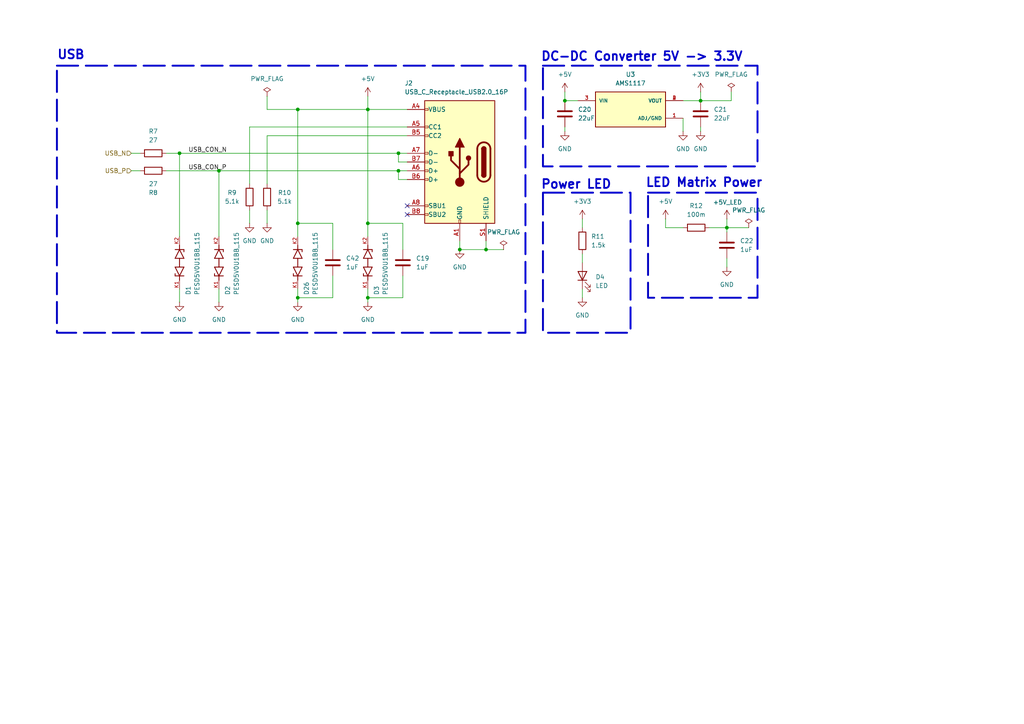
<source format=kicad_sch>
(kicad_sch (version 20231120) (generator "eeschema") (generator_version "8.0")
  (paper "A4")
  (title_block (title "Power_Rail") (date "2025-09-05") (rev "V0.1") (company "Drag0th"))
  (lib_symbols
    (symbol "Connector:USB_C_Receptacle_USB2.0_16P" (pin_names (offset 1.016))
      (property "Reference" "J" (at 0 22.225 0))
      (property "Value" "USB_C_Receptacle_USB2.0_16P" (at 0 19.685 0))
      (symbol "USB_C_Receptacle_USB2.0_16P_0_0"
        (rectangle (start -0.254 -17.78) (end 0.254 -16.764))
        (rectangle (start 10.16 -14.986) (end 9.144 -15.494))
        (rectangle (start 10.16 -12.446) (end 9.144 -12.954))
        (rectangle (start 10.16 -4.826) (end 9.144 -5.334))
        (rectangle (start 10.16 -2.286) (end 9.144 -2.794))
        (rectangle (start 10.16 0.254) (end 9.144 -0.254))
        (rectangle (start 10.16 2.794) (end 9.144 2.286))
        (rectangle (start 10.16 7.874) (end 9.144 7.366))
        (rectangle (start 10.16 10.414) (end 9.144 9.906))
        (rectangle (start 10.16 15.494) (end 9.144 14.986))
      )
      (symbol "USB_C_Receptacle_USB2.0_16P_0_1"
        (rectangle (start -10.16 17.78) (end 10.16 -17.78) (stroke (width 0.254)) (fill (type background)))
        (arc (start -8.89 -3.81) (mid -6.985 -5.7067) (end -5.08 -3.81) (stroke (width 0.508)))
        (arc (start -7.62 -3.81) (mid -6.985 -4.4423) (end -6.35 -3.81) (stroke (width 0.254)))
        (arc (start -7.62 -3.81) (mid -6.985 -4.4423) (end -6.35 -3.81) (stroke (width 0.254)) (fill (type outline)))
        (rectangle (start -7.62 -3.81) (end -6.35 3.81) (stroke (width 0.254)) (fill (type outline)))
        (arc (start -6.35 3.81) (mid -6.985 4.4423) (end -7.62 3.81) (stroke (width 0.254)))
        (arc (start -6.35 3.81) (mid -6.985 4.4423) (end -7.62 3.81) (stroke (width 0.254)) (fill (type outline)))
        (arc (start -5.08 3.81) (mid -6.985 5.7067) (end -8.89 3.81) (stroke (width 0.508)))
        (circle (center -2.54 1.143) (radius 0.635) (stroke (width 0.254)) (fill (type outline)))
        (circle (center 0 -5.842) (radius 1.27) (fill (type outline)))
        (polyline (pts (xy -8.89 -3.81) (xy -8.89 3.81)) (stroke (width 0.508)))
        (polyline (pts (xy -5.08 3.81) (xy -5.08 -3.81)) (stroke (width 0.508)))
        (polyline (pts (xy 0 -5.842) (xy 0 4.318)) (stroke (width 0.508)))
        (polyline (pts (xy 0 -3.302) (xy -2.54 -0.762) (xy -2.54 0.508)) (stroke (width 0.508)))
        (polyline (pts (xy 0 -2.032) (xy 2.54 0.508) (xy 2.54 1.778)) (stroke (width 0.508)))
        (polyline (pts (xy -1.27 4.318) (xy 0 6.858) (xy 1.27 4.318) (xy -1.27 4.318)) (stroke (width 0.254)) (fill (type outline)))
        (rectangle (start 1.905 1.778) (end 3.175 3.048) (stroke (width 0.254)) (fill (type outline)))
      )
      (symbol "USB_C_Receptacle_USB2.0_16P_1_1"
        (pin passive line (at 0 -22.86 90) (length 5.08) (name "GND") (number "A1"))
        (pin passive line (at 0 -22.86 90) (length 5.08) hide (name "GND") (number "A12"))
        (pin passive line (at 15.24 15.24 180) (length 5.08) (name "VBUS") (number "A4"))
        (pin bidirectional line (at 15.24 10.16 180) (length 5.08) (name "CC1") (number "A5"))
        (pin bidirectional line (at 15.24 -2.54 180) (length 5.08) (name "D+") (number "A6"))
        (pin bidirectional line (at 15.24 2.54 180) (length 5.08) (name "D-") (number "A7"))
        (pin bidirectional line (at 15.24 -12.7 180) (length 5.08) (name "SBU1") (number "A8"))
        (pin passive line (at 15.24 15.24 180) (length 5.08) hide (name "VBUS") (number "A9"))
        (pin passive line (at 0 -22.86 90) (length 5.08) hide (name "GND") (number "B1"))
        (pin passive line (at 0 -22.86 90) (length 5.08) hide (name "GND") (number "B12"))
        (pin passive line (at 15.24 15.24 180) (length 5.08) hide (name "VBUS") (number "B4"))
        (pin bidirectional line (at 15.24 7.62 180) (length 5.08) (name "CC2") (number "B5"))
        (pin bidirectional line (at 15.24 -5.08 180) (length 5.08) (name "D+") (number "B6"))
        (pin bidirectional line (at 15.24 0 180) (length 5.08) (name "D-") (number "B7"))
        (pin bidirectional line (at 15.24 -15.24 180) (length 5.08) (name "SBU2") (number "B8"))
        (pin passive line (at 15.24 15.24 180) (length 5.08) hide (name "VBUS") (number "B9"))
        (pin passive line (at -7.62 -22.86 90) (length 5.08) (name "SHIELD") (number "S1"))
      )
    )
    (symbol "Device:C" (pin_numbers hide) (pin_names (offset 0.254))
      (property "Reference" "C" (at 0.635 2.54 0))
      (property "Value" "C" (at 0.635 -2.54 0))
      (symbol "C_0_1"
        (polyline (pts (xy -2.032 -0.762) (xy 2.032 -0.762)) (stroke (width 0.508)))
        (polyline (pts (xy -2.032 0.762) (xy 2.032 0.762)) (stroke (width 0.508)))
      )
      (symbol "C_1_1"
        (pin passive line (at 0 3.81 270) (length 2.794) (name "~") (number "1"))
        (pin passive line (at 0 -3.81 90) (length 2.794) (name "~") (number "2"))
      )
    )
    (symbol "Device:LED" (pin_numbers hide) (pin_names (offset 1.016) hide)
      (property "Reference" "D" (at 0 2.54 0))
      (property "Value" "LED" (at 0 -2.54 0))
      (symbol "LED_0_1"
        (polyline (pts (xy -1.27 -1.27) (xy -1.27 1.27)) (stroke (width 0.254)))
        (polyline (pts (xy -1.27 0) (xy 1.27 0)))
        (polyline (pts (xy 1.27 -1.27) (xy 1.27 1.27) (xy -1.27 0) (xy 1.27 -1.27)) (stroke (width 0.254)))
        (polyline (pts (xy -3.048 -0.762) (xy -4.572 -2.286) (xy -3.81 -2.286) (xy -4.572 -2.286) (xy -4.572 -1.524)))
        (polyline (pts (xy -1.778 -0.762) (xy -3.302 -2.286) (xy -2.54 -2.286) (xy -3.302 -2.286) (xy -3.302 -1.524)))
      )
      (symbol "LED_1_1"
        (pin passive line (at -3.81 0 0) (length 2.54) (name "K") (number "1"))
        (pin passive line (at 3.81 0 180) (length 2.54) (name "A") (number "2"))
      )
    )
    (symbol "Device:R" (pin_numbers hide) (pin_names (offset 0))
      (property "Reference" "R" (at 2.032 0 90))
      (property "Value" "R" (at 0 0 90))
      (symbol "R_0_1"
        (rectangle (start -1.016 -2.54) (end 1.016 2.54) (stroke (width 0.254)))
      )
      (symbol "R_1_1"
        (pin passive line (at 0 3.81 270) (length 1.27) (name "~") (number "1"))
        (pin passive line (at 0 -3.81 90) (length 1.27) (name "~") (number "2"))
      )
    )
    (symbol "KSZ_KiCad_Symbol_Library:AMS1117" (pin_names (offset 1.016))
      (property "Reference" "U" (at -10.169 5.593 0))
      (property "Value" "AMS1117" (at -10.1633 -8.1306 0))
      (symbol "AMS1117_0_0"
        (rectangle (start -10.16 -5.08) (end 10.16 5.08) (stroke (width 0.254)) (fill (type background)))
        (pin input line (at -15.24 2.54 0) (length 5.08) (name "VIN") (number "3"))
      )
      (symbol "AMS1117_1_0"
        (pin passive line (at 15.24 -2.54 180) (length 5.08) (name "ADJ/GND") (number "1"))
        (pin passive line (at 15.24 2.54 180) (length 5.08) (name "VOUT") (number "2"))
        (pin passive line (at 15.24 2.54 180) (length 5.08) (name "VOUT") (number "4"))
      )
    )
    (symbol "KSZ_KiCad_Symbol_Library:PESD5V0U1BB_115" (pin_names (offset 1.016))
      (property "Reference" "D" (at -5.08 2.54 0))
      (property "Value" "PESD5V0U1BB_115" (at -5.08 -3.81 0))
      (symbol "PESD5V0U1BB_115_0_0"
        (polyline (pts (xy -5.08 0) (xy -3.81 0)) (stroke (width 0.254)))
        (polyline (pts (xy -3.81 -1.27) (xy -3.81 0)) (stroke (width 0.254)))
        (polyline (pts (xy -3.81 0) (xy -3.81 1.27)) (stroke (width 0.254)))
        (polyline (pts (xy -3.81 0) (xy -1.27 -1.27)) (stroke (width 0.254)))
        (polyline (pts (xy -3.81 1.27) (xy -3.175 1.27)) (stroke (width 0.254)))
        (polyline (pts (xy -1.27 -1.27) (xy -1.27 0)) (stroke (width 0.254)))
        (polyline (pts (xy -1.27 0) (xy -1.27 1.27)) (stroke (width 0.254)))
        (polyline (pts (xy -1.27 0) (xy 1.27 0)) (stroke (width 0.254)))
        (polyline (pts (xy -1.27 1.27) (xy -3.81 0)) (stroke (width 0.254)))
        (polyline (pts (xy 1.27 -1.27) (xy 3.81 0)) (stroke (width 0.254)))
        (polyline (pts (xy 1.27 0) (xy 1.27 -1.27)) (stroke (width 0.254)))
        (polyline (pts (xy 1.27 1.27) (xy 1.27 0)) (stroke (width 0.254)))
        (polyline (pts (xy 3.81 -1.27) (xy 3.175 -1.27)) (stroke (width 0.254)))
        (polyline (pts (xy 3.81 0) (xy 1.27 1.27)) (stroke (width 0.254)))
        (polyline (pts (xy 3.81 0) (xy 3.81 -1.27)) (stroke (width 0.254)))
        (polyline (pts (xy 3.81 0) (xy 5.08 0)) (stroke (width 0.254)))
        (polyline (pts (xy 3.81 1.27) (xy 3.81 0)) (stroke (width 0.254)))
        (pin passive line (at -7.62 0 0) (length 2.54) (name "~") (number "K1"))
        (pin passive line (at 7.62 0 180) (length 2.54) (name "~") (number "K2"))
      )
    )
    (symbol "power:+3V3" (power) (pin_numbers hide) (pin_names (offset 0) hide)
      (property "Value" "+3V3" (at 0 3.556 0))
      (symbol "+3V3_0_1"
        (polyline (pts (xy -0.762 1.27) (xy 0 2.54)))
        (polyline (pts (xy 0 0) (xy 0 2.54)))
        (polyline (pts (xy 0 2.54) (xy 0.762 1.27)))
      )
      (symbol "+3V3_1_1"
        (pin power_in line (at 0 0 90) (length 0) (name "~") (number "1"))
      )
    )
    (symbol "power:+5V" (power) (pin_numbers hide) (pin_names (offset 0) hide)
      (property "Value" "+5V" (at 0 3.556 0))
      (symbol "+5V_0_1"
        (polyline (pts (xy -0.762 1.27) (xy 0 2.54)))
        (polyline (pts (xy 0 0) (xy 0 2.54)))
        (polyline (pts (xy 0 2.54) (xy 0.762 1.27)))
      )
      (symbol "+5V_1_1"
        (pin power_in line (at 0 0 90) (length 0) (name "~") (number "1"))
      )
    )
    (symbol "power:GND" (power) (pin_numbers hide) (pin_names (offset 0) hide)
      (property "Value" "GND" (at 0 -3.81 0))
      (symbol "GND_0_1"
        (polyline (pts (xy 0 0) (xy 0 -1.27) (xy 1.27 -1.27) (xy 0 -2.54) (xy -1.27 -1.27) (xy 0 -1.27)))
      )
      (symbol "GND_1_1"
        (pin power_in line (at 0 0 270) (length 0) (name "~") (number "1"))
      )
    )
    (symbol "power:PWR_FLAG" (power) (pin_numbers hide) (pin_names (offset 0) hide)
      (property "Value" "PWR_FLAG" (at 0 3.81 0))
      (symbol "PWR_FLAG_0_0"
        (pin power_out line (at 0 0 90) (length 0) (name "~") (number "1"))
      )
      (symbol "PWR_FLAG_0_1"
        (polyline (pts (xy 0 0) (xy 0 1.27) (xy -1.016 1.905) (xy 0 2.54) (xy 1.016 1.905) (xy 0 1.27)))
      )
    )
  )
  (junction (at 63.5 49.53))
  (junction (at 106.68 64.77))
  (junction (at 106.68 86.36))
  (junction (at 86.36 86.36))
  (junction (at 86.36 31.75))
  (junction (at 115.57 44.45))
  (junction (at 140.97 72.39))
  (junction (at 210.82 66.04))
  (junction (at 52.07 44.45))
  (junction (at 203.2 29.21))
  (junction (at 106.68 31.75))
  (junction (at 115.57 49.53))
  (junction (at 163.83 29.21))
  (junction (at 133.35 72.39))
  (junction (at 86.36 64.77))
  (no_connect (at 118.11 62.23))
  (no_connect (at 118.11 59.69))
  (wire (pts (xy 77.47 53.34) (xy 77.47 39.37)))
  (wire (pts (xy 210.82 66.04) (xy 210.82 67.31)))
  (wire (pts (xy 198.12 34.29) (xy 198.12 38.1)))
  (wire (pts (xy 140.97 72.39) (xy 133.35 72.39)))
  (wire (pts (xy 106.68 27.94) (xy 106.68 31.75)))
  (wire (pts (xy 140.97 72.39) (xy 146.05 72.39)))
  (wire (pts (xy 77.47 60.96) (xy 77.47 64.77)))
  (wire (pts (xy 48.26 49.53) (xy 63.5 49.53)))
  (wire (pts (xy 86.36 31.75) (xy 106.68 31.75)))
  (wire (pts (xy 86.36 87.63) (xy 86.36 86.36)))
  (wire (pts (xy 163.83 26.67) (xy 163.83 29.21)))
  (wire (pts (xy 210.82 66.04) (xy 217.17 66.04)))
  (wire (pts (xy 212.09 26.67) (xy 212.09 29.21)))
  (wire (pts (xy 106.68 86.36) (xy 106.68 83.82)))
  (wire (pts (xy 86.36 64.77) (xy 86.36 68.58)))
  (wire (pts (xy 77.47 31.75) (xy 77.47 27.94)))
  (wire (pts (xy 116.84 80.01) (xy 116.84 86.36)))
  (wire (pts (xy 168.91 83.82) (xy 168.91 86.36)))
  (wire (pts (xy 72.39 60.96) (xy 72.39 64.77)))
  (wire (pts (xy 52.07 44.45) (xy 115.57 44.45)))
  (wire (pts (xy 40.64 44.45) (xy 38.1 44.45)))
  (wire (pts (xy 163.83 36.83) (xy 163.83 38.1)))
  (wire (pts (xy 77.47 31.75) (xy 86.36 31.75)))
  (wire (pts (xy 86.36 31.75) (xy 86.36 64.77)))
  (wire (pts (xy 193.04 66.04) (xy 198.12 66.04)))
  (wire (pts (xy 52.07 44.45) (xy 52.07 68.58)))
  (wire (pts (xy 198.12 29.21) (xy 203.2 29.21)))
  (wire (pts (xy 106.68 31.75) (xy 106.68 64.77)))
  (wire (pts (xy 106.68 87.63) (xy 106.68 86.36)))
  (wire (pts (xy 116.84 64.77) (xy 106.68 64.77)))
  (wire (pts (xy 115.57 49.53) (xy 118.11 49.53)))
  (wire (pts (xy 52.07 87.63) (xy 52.07 83.82)))
  (wire (pts (xy 133.35 72.39) (xy 133.35 69.85)))
  (wire (pts (xy 212.09 29.21) (xy 203.2 29.21)))
  (wire (pts (xy 168.91 63.5) (xy 168.91 66.04)))
  (wire (pts (xy 203.2 26.67) (xy 203.2 29.21)))
  (wire (pts (xy 210.82 66.04) (xy 210.82 63.5)))
  (wire (pts (xy 63.5 87.63) (xy 63.5 83.82)))
  (wire (pts (xy 48.26 44.45) (xy 52.07 44.45)))
  (wire (pts (xy 115.57 44.45) (xy 118.11 44.45)))
  (wire (pts (xy 96.52 64.77) (xy 86.36 64.77)))
  (wire (pts (xy 96.52 86.36) (xy 86.36 86.36)))
  (wire (pts (xy 96.52 80.01) (xy 96.52 86.36)))
  (wire (pts (xy 86.36 86.36) (xy 86.36 83.82)))
  (wire (pts (xy 115.57 52.07) (xy 115.57 49.53)))
  (wire (pts (xy 77.47 39.37) (xy 118.11 39.37)))
  (wire (pts (xy 116.84 72.39) (xy 116.84 64.77)))
  (wire (pts (xy 140.97 69.85) (xy 140.97 72.39)))
  (wire (pts (xy 96.52 72.39) (xy 96.52 64.77)))
  (wire (pts (xy 72.39 36.83) (xy 118.11 36.83)))
  (wire (pts (xy 40.64 49.53) (xy 38.1 49.53)))
  (wire (pts (xy 205.74 66.04) (xy 210.82 66.04)))
  (wire (pts (xy 118.11 52.07) (xy 115.57 52.07)))
  (wire (pts (xy 63.5 49.53) (xy 115.57 49.53)))
  (wire (pts (xy 116.84 86.36) (xy 106.68 86.36)))
  (wire (pts (xy 118.11 46.99) (xy 115.57 46.99)))
  (wire (pts (xy 72.39 53.34) (xy 72.39 36.83)))
  (wire (pts (xy 193.04 63.5) (xy 193.04 66.04)))
  (wire (pts (xy 106.68 64.77) (xy 106.68 68.58)))
  (wire (pts (xy 210.82 74.93) (xy 210.82 77.47)))
  (wire (pts (xy 63.5 49.53) (xy 63.5 68.58)))
  (wire (pts (xy 163.83 29.21) (xy 167.64 29.21)))
  (wire (pts (xy 115.57 46.99) (xy 115.57 44.45)))
  (wire (pts (xy 203.2 36.83) (xy 203.2 38.1)))
  (wire (pts (xy 168.91 73.66) (xy 168.91 76.2)))
  (wire (pts (xy 106.68 31.75) (xy 118.11 31.75)))
  (rectangle (start 16.51 19.05) (end 152.4 96.52) (stroke (width 0.5588) (type dash)))
  (rectangle (start 187.96 55.88) (end 219.71 86.36) (stroke (width 0.5588) (type dash)))
  (rectangle (start 157.48 55.88) (end 182.88 96.52) (stroke (width 0.5588) (type dash)))
  (rectangle (start 157.48 19.05) (end 219.71 48.26) (stroke (width 0.5588) (type dash)))
  (text "USB" (at 20.574 16.002 0) (effects (font (size 2.54 2.54) (thickness 0.508) (bold yes))))
  (text "Power LED" (at 167.132 53.594 0) (effects (font (size 2.54 2.54) (thickness 0.508) (bold yes))))
  (text "DC-DC Converter 5V -> 3.3V" (at 186.182 16.51 0) (effects (font (size 2.54 2.54) (thickness 0.508) (bold yes))))
  (text "LED Matrix Power" (at 204.216 53.086 0) (effects (font (size 2.54 2.54) (thickness 0.508) (bold yes))))
  (label "USB_CON_N" (at 54.61 44.45 0))
  (label "USB_CON_P" (at 54.61 49.53 0))
  (hierarchical_label "USB_N" (shape input) (at 38.1 44.45 180))
  (hierarchical_label "USB_P" (shape input) (at 38.1 49.53 180))
  (symbol (lib_id "power:GND") (at 52.07 87.63 0) (unit 1)
    (property "Reference" "#PWR017" (effects (hide yes)))
    (property "Value" "GND" (at 52.07 92.71 0))
    (property "Description" "Power symbol creates a global label with name \"GND\" , ground" (effects (hide yes)))
  )
  (symbol (lib_id "power:GND") (at 106.68 87.63 0) (unit 1)
    (property "Reference" "#PWR023" (effects (hide yes)))
    (property "Value" "GND" (at 106.68 92.71 0))
    (property "Description" "Power symbol creates a global label with name \"GND\" , ground" (effects (hide yes)))
  )
  (symbol (lib_id "power:PWR_FLAG") (at 146.05 72.39 0) (unit 1)
    (property "Reference" "#FLG02" (effects (hide yes)))
    (property "Value" "PWR_FLAG" (at 146.05 67.31 0))
    (property "Description" "Special symbol for telling ERC where power comes from" (effects (hide yes)))
  )
  (symbol (lib_id "power:GND") (at 163.83 38.1 0) (unit 1)
    (property "Reference" "#PWR026" (effects (hide yes)))
    (property "Value" "GND" (at 163.83 43.18 0))
    (property "Description" "Power symbol creates a global label with name \"GND\" , ground" (effects (hide yes)))
  )
  (symbol (lib_id "KSZ_KiCad_Symbol_Library:PESD5V0U1BB_115") (at 63.5 76.2 90) (unit 1)
    (property "Reference" "D2" (at 66.04 85.598 0) (effects (justify left)))
    (property "Value" "PESD5V0U1BB_115" (at 68.58 85.598 0) (effects (justify left)))
    (property "Footprint" "KSZ_KiCad_Footprint_Library:DIO_PESD5V0U1BB_115" (effects (hide yes)))
    (property "MF" "Nexperia" (effects (hide yes)))
    (property "MAXIMUM_PACKAGE_HEIGHT" "0.65mm" (effects (hide yes)))
    (property "Package" "SC-79-2 Nexperia USA Inc." (effects (hide yes)))
    (property "Price" "None" (effects (hide yes)))
    (property "Check_prices" "https://www.snapeda.com/parts/PESD5V0U1BB,115/Nexperia/view-part/?ref=eda" (effects (hide yes)))
    (property "STANDARD" "Manufacturer Recommendations" (effects (hide yes)))
    (property "PARTREV" "2" (effects (hide yes)))
    (property "SnapEDA_Link" "https://www.snapeda.com/parts/PESD5V0U1BB,115/Nexperia/view-part/?ref=snap" (effects (hide yes)))
    (property "MP" "PESD5V0U1BB,115" (effects (hide yes)))
    (property "Description_1" "\n                        \n                            ESD Suppressor Diode TVS Bi-Dir 5V Automotive 2-Pin SOD-523 T/R\n                        \n" (effects (hide yes)))
    (property "MANUFACTURER" "Nexperia" (effects (hide yes)))
    (property "Availability" "In Stock" (effects (hide yes)))
    (property "SNAPEDA_PN" "PESD5V0U1BB,115" (effects (hide yes)))
  )
  (symbol (lib_id "Device:R") (at 72.39 57.15 0) (unit 1)
    (property "Reference" "R9" (at 67.31 55.88 0))
    (property "Value" "5.1k" (at 67.31 58.42 0))
    (property "Footprint" "Resistor_SMD:R_0603_1608Metric_Pad0.98x0.95mm_HandSolder" (effects (hide yes)))
    (property "Description" "Resistor" (effects (hide yes)))
  )
  (symbol (lib_id "power:GND") (at 198.12 38.1 0) (unit 1)
    (property "Reference" "#PWR027" (effects (hide yes)))
    (property "Value" "GND" (at 198.12 43.18 0))
    (property "Description" "Power symbol creates a global label with name \"GND\" , ground" (effects (hide yes)))
  )
  (symbol (lib_id "Device:R") (at 77.47 57.15 0) (mirror y) (unit 1)
    (property "Reference" "R10" (at 82.55 55.88 0))
    (property "Value" "5.1k" (at 82.55 58.42 0))
    (property "Footprint" "Resistor_SMD:R_0603_1608Metric_Pad0.98x0.95mm_HandSolder" (effects (hide yes)))
    (property "Description" "Resistor" (effects (hide yes)))
  )
  (symbol (lib_id "Device:R") (at 201.93 66.04 270) (unit 1)
    (property "Reference" "R12" (at 201.93 59.69 90))
    (property "Value" "100m" (at 201.93 62.23 90))
    (property "Footprint" "Resistor_SMD:R_1206_3216Metric_Pad1.30x1.75mm_HandSolder" (effects (hide yes)))
    (property "Description" "Resistor" (effects (hide yes)))
  )
  (symbol (lib_id "power:GND") (at 203.2 38.1 0) (unit 1)
    (property "Reference" "#PWR029" (effects (hide yes)))
    (property "Value" "GND" (at 203.2 43.18 0))
    (property "Description" "Power symbol creates a global label with name \"GND\" , ground" (effects (hide yes)))
  )
  (symbol (lib_id "power:+3V3") (at 203.2 26.67 0) (unit 1)
    (property "Reference" "#PWR028" (effects (hide yes)))
    (property "Value" "+3V3" (at 203.2 21.59 0))
    (property "Description" "Power symbol creates a global label with name \"+3V3\"" (effects (hide yes)))
  )
  (symbol (lib_id "Device:C") (at 203.2 33.02 0) (unit 1)
    (property "Reference" "C21" (at 207.01 31.7499 0) (effects (justify left)))
    (property "Value" "22uF" (at 207.01 34.2899 0) (effects (justify left)))
    (property "Footprint" "Capacitor_SMD:C_0603_1608Metric_Pad1.08x0.95mm_HandSolder" (effects (hide yes)))
    (property "Description" "Unpolarized capacitor" (effects (hide yes)))
  )
  (symbol (lib_id "KSZ_KiCad_Symbol_Library:PESD5V0U1BB_115") (at 52.07 76.2 90) (unit 1)
    (property "Reference" "D1" (at 54.61 85.598 0) (effects (justify left)))
    (property "Value" "PESD5V0U1BB_115" (at 57.15 85.598 0) (effects (justify left)))
    (property "Footprint" "KSZ_KiCad_Footprint_Library:DIO_PESD5V0U1BB_115" (effects (hide yes)))
    (property "MF" "Nexperia" (effects (hide yes)))
    (property "MAXIMUM_PACKAGE_HEIGHT" "0.65mm" (effects (hide yes)))
    (property "Package" "SC-79-2 Nexperia USA Inc." (effects (hide yes)))
    (property "Price" "None" (effects (hide yes)))
    (property "Check_prices" "https://www.snapeda.com/parts/PESD5V0U1BB,115/Nexperia/view-part/?ref=eda" (effects (hide yes)))
    (property "STANDARD" "Manufacturer Recommendations" (effects (hide yes)))
    (property "PARTREV" "2" (effects (hide yes)))
    (property "SnapEDA_Link" "https://www.snapeda.com/parts/PESD5V0U1BB,115/Nexperia/view-part/?ref=snap" (effects (hide yes)))
    (property "MP" "PESD5V0U1BB,115" (effects (hide yes)))
    (property "Description_1" "\n                        \n                            ESD Suppressor Diode TVS Bi-Dir 5V Automotive 2-Pin SOD-523 T/R\n                        \n" (effects (hide yes)))
    (property "MANUFACTURER" "Nexperia" (effects (hide yes)))
    (property "Availability" "In Stock" (effects (hide yes)))
    (property "SNAPEDA_PN" "PESD5V0U1BB,115" (effects (hide yes)))
  )
  (symbol (lib_id "Device:R") (at 44.45 49.53 90) (mirror x) (unit 1)
    (property "Reference" "R8" (at 44.45 55.88 90))
    (property "Value" "27" (at 44.45 53.34 90))
    (property "Footprint" "Resistor_SMD:R_0603_1608Metric_Pad0.98x0.95mm_HandSolder" (effects (hide yes)))
    (property "Description" "Resistor" (effects (hide yes)))
  )
  (symbol (lib_id "power:GND") (at 86.36 87.63 0) (unit 1)
    (property "Reference" "#PWR097" (effects (hide yes)))
    (property "Value" "GND" (at 86.36 92.71 0))
    (property "Description" "Power symbol creates a global label with name \"GND\" , ground" (effects (hide yes)))
  )
  (symbol (lib_id "Device:C") (at 163.83 33.02 0) (unit 1)
    (property "Reference" "C20" (at 167.64 31.7499 0) (effects (justify left)))
    (property "Value" "22uF" (at 167.64 34.2899 0) (effects (justify left)))
    (property "Footprint" "Capacitor_SMD:C_0603_1608Metric_Pad1.08x0.95mm_HandSolder" (effects (hide yes)))
    (property "Description" "Unpolarized capacitor" (effects (hide yes)))
  )
  (symbol (lib_id "Device:LED") (at 168.91 80.01 90) (unit 1)
    (property "Reference" "D4" (at 172.72 80.3274 90) (effects (justify right)))
    (property "Value" "LED" (at 172.72 82.8674 90) (effects (justify right)))
    (property "Footprint" "LED_SMD:LED_0603_1608Metric_Pad1.05x0.95mm_HandSolder" (effects (hide yes)))
    (property "Description" "Light emitting diode" (effects (hide yes)))
  )
  (symbol (lib_id "Connector:USB_C_Receptacle_USB2.0_16P") (at 133.35 46.99 0) (mirror y) (unit 1)
    (property "Reference" "J2" (at 117.348 24.13 0) (effects (justify right)))
    (property "Value" "USB_C_Receptacle_USB2.0_16P" (at 117.348 26.67 0) (effects (justify right)))
    (property "Footprint" "Connector_USB:USB_C_Receptacle_HRO_TYPE-C-31-M-12" (effects (hide yes)))
    (property "Datasheet" "https://www.usb.org/sites/default/files/documents/usb_type-c.zip" (effects (hide yes)))
    (property "Description" "USB 2.0-only 16P Type-C Receptacle connector" (effects (hide yes)))
  )
  (symbol (lib_id "KSZ_KiCad_Symbol_Library:PESD5V0U1BB_115") (at 86.36 76.2 90) (unit 1)
    (property "Reference" "D26" (at 88.9 85.598 0) (effects (justify left)))
    (property "Value" "PESD5V0U1BB_115" (at 91.44 85.598 0) (effects (justify left)))
    (property "Footprint" "KSZ_KiCad_Footprint_Library:DIO_PESD5V0U1BB_115" (effects (hide yes)))
    (property "MF" "Nexperia" (effects (hide yes)))
    (property "MAXIMUM_PACKAGE_HEIGHT" "0.65mm" (effects (hide yes)))
    (property "Package" "SC-79-2 Nexperia USA Inc." (effects (hide yes)))
    (property "Price" "None" (effects (hide yes)))
    (property "Check_prices" "https://www.snapeda.com/parts/PESD5V0U1BB,115/Nexperia/view-part/?ref=eda" (effects (hide yes)))
    (property "STANDARD" "Manufacturer Recommendations" (effects (hide yes)))
    (property "PARTREV" "2" (effects (hide yes)))
    (property "SnapEDA_Link" "https://www.snapeda.com/parts/PESD5V0U1BB,115/Nexperia/view-part/?ref=snap" (effects (hide yes)))
    (property "MP" "PESD5V0U1BB,115" (effects (hide yes)))
    (property "Description_1" "\n                        \n                            ESD Suppressor Diode TVS Bi-Dir 5V Automotive 2-Pin SOD-523 T/R\n                        \n" (effects (hide yes)))
    (property "MANUFACTURER" "Nexperia" (effects (hide yes)))
    (property "Availability" "In Stock" (effects (hide yes)))
    (property "SNAPEDA_PN" "PESD5V0U1BB,115" (effects (hide yes)))
  )
  (symbol (lib_id "Device:C") (at 116.84 76.2 0) (unit 1)
    (property "Reference" "C19" (at 120.65 74.9299 0) (effects (justify left)))
    (property "Value" "1uF" (at 120.65 77.4699 0) (effects (justify left)))
    (property "Footprint" "Capacitor_SMD:C_0603_1608Metric_Pad1.08x0.95mm_HandSolder" (effects (hide yes)))
    (property "Description" "Unpolarized capacitor" (effects (hide yes)))
  )
  (symbol (lib_id "power:PWR_FLAG") (at 212.09 26.67 0) (unit 1)
    (property "Reference" "#FLG05" (effects (hide yes)))
    (property "Value" "PWR_FLAG" (at 212.09 21.59 0))
    (property "Description" "Special symbol for telling ERC where power comes from" (effects (hide yes)))
  )
  (symbol (lib_id "power:PWR_FLAG") (at 77.47 27.94 0) (unit 1)
    (property "Reference" "#FLG01" (effects (hide yes)))
    (property "Value" "PWR_FLAG" (at 77.47 22.86 0))
    (property "Description" "Special symbol for telling ERC where power comes from" (effects (hide yes)))
  )
  (symbol (lib_id "Device:R") (at 44.45 44.45 90) (unit 1)
    (property "Reference" "R7" (at 44.45 38.1 90))
    (property "Value" "27" (at 44.45 40.64 90))
    (property "Footprint" "Resistor_SMD:R_0603_1608Metric_Pad0.98x0.95mm_HandSolder" (effects (hide yes)))
    (property "Description" "Resistor" (effects (hide yes)))
  )
  (symbol (lib_id "Device:C") (at 210.82 71.12 0) (unit 1)
    (property "Reference" "C22" (at 214.63 69.8499 0) (effects (justify left)))
    (property "Value" "1uF" (at 214.63 72.3899 0) (effects (justify left)))
    (property "Footprint" "Capacitor_SMD:C_0603_1608Metric_Pad1.08x0.95mm_HandSolder" (effects (hide yes)))
    (property "Description" "Unpolarized capacitor" (effects (hide yes)))
  )
  (symbol (lib_id "power:GND") (at 77.47 64.77 0) (unit 1)
    (property "Reference" "#PWR021" (effects (hide yes)))
    (property "Value" "GND" (at 77.47 69.85 0))
    (property "Description" "Power symbol creates a global label with name \"GND\" , ground" (effects (hide yes)))
  )
  (symbol (lib_id "power:PWR_FLAG") (at 217.17 66.04 0) (unit 1)
    (property "Reference" "#FLG04" (effects (hide yes)))
    (property "Value" "PWR_FLAG" (at 217.17 60.96 0))
    (property "Description" "Special symbol for telling ERC where power comes from" (effects (hide yes)))
  )
  (symbol (lib_id "power:GND") (at 133.35 72.39 0) (unit 1)
    (property "Reference" "#PWR024" (effects (hide yes)))
    (property "Value" "GND" (at 133.35 77.47 0))
    (property "Description" "Power symbol creates a global label with name \"GND\" , ground" (effects (hide yes)))
  )
  (symbol (lib_id "power:+5V") (at 106.68 27.94 0) (unit 1)
    (property "Reference" "#PWR022" (effects (hide yes)))
    (property "Value" "+5V" (at 106.68 22.86 0))
    (property "Description" "Power symbol creates a global label with name \"+5V\"" (effects (hide yes)))
  )
  (symbol (lib_id "KSZ_KiCad_Symbol_Library:PESD5V0U1BB_115") (at 106.68 76.2 90) (unit 1)
    (property "Reference" "D3" (at 109.22 85.598 0) (effects (justify left)))
    (property "Value" "PESD5V0U1BB_115" (at 111.76 85.598 0) (effects (justify left)))
    (property "Footprint" "KSZ_KiCad_Footprint_Library:DIO_PESD5V0U1BB_115" (effects (hide yes)))
    (property "MF" "Nexperia" (effects (hide yes)))
    (property "MAXIMUM_PACKAGE_HEIGHT" "0.65mm" (effects (hide yes)))
    (property "Package" "SC-79-2 Nexperia USA Inc." (effects (hide yes)))
    (property "Price" "None" (effects (hide yes)))
    (property "Check_prices" "https://www.snapeda.com/parts/PESD5V0U1BB,115/Nexperia/view-part/?ref=eda" (effects (hide yes)))
    (property "STANDARD" "Manufacturer Recommendations" (effects (hide yes)))
    (property "PARTREV" "2" (effects (hide yes)))
    (property "SnapEDA_Link" "https://www.snapeda.com/parts/PESD5V0U1BB,115/Nexperia/view-part/?ref=snap" (effects (hide yes)))
    (property "MP" "PESD5V0U1BB,115" (effects (hide yes)))
    (property "Description_1" "\n                        \n                            ESD Suppressor Diode TVS Bi-Dir 5V Automotive 2-Pin SOD-523 T/R\n                        \n" (effects (hide yes)))
    (property "MANUFACTURER" "Nexperia" (effects (hide yes)))
    (property "Availability" "In Stock" (effects (hide yes)))
    (property "SNAPEDA_PN" "PESD5V0U1BB,115" (effects (hide yes)))
  )
  (symbol (lib_id "power:+5V") (at 163.83 26.67 0) (unit 1)
    (property "Reference" "#PWR025" (effects (hide yes)))
    (property "Value" "+5V" (at 163.83 21.59 0))
    (property "Description" "Power symbol creates a global label with name \"+5V\"" (effects (hide yes)))
  )
  (symbol (lib_id "power:+5V") (at 210.82 63.5 0) (unit 1)
    (property "Reference" "#PWR088" (effects (hide yes)))
    (property "Value" "+5V_LED" (at 206.756 58.674 0) (effects (justify left)))
    (property "Description" "Power symbol creates a global label with name \"+5V\"" (effects (hide yes)))
  )
  (symbol (lib_id "power:GND") (at 168.91 86.36 0) (unit 1)
    (property "Reference" "#PWR040" (effects (hide yes)))
    (property "Value" "GND" (at 168.91 91.44 0))
    (property "Description" "Power symbol creates a global label with name \"GND\" , ground" (effects (hide yes)))
  )
  (symbol (lib_id "KSZ_KiCad_Symbol_Library:AMS1117") (at 182.88 31.75 0) (unit 1)
    (property "Reference" "U3" (at 182.88 21.59 0))
    (property "Value" "AMS1117" (at 182.88 24.13 0))
    (property "Footprint" "KSZ_KiCad_Footprint_Library:SOT229P700X180-4N" (effects (hide yes)))
    (property "MF" "Advanced Monolithic Systems" (effects (hide yes)))
    (property "MAXIMUM_PACKAGE_HEIGHT" "1.8mm" (effects (hide yes)))
    (property "Package" "SOT-223 Seeed Technology" (effects (hide yes)))
    (property "Price" "None" (effects (hide yes)))
    (property "Check_prices" "https://www.snapeda.com/parts/AMS1117/Advanced+Monolithic+Systems/view-part/?ref=eda" (effects (hide yes)))
    (property "STANDARD" "IPC-7351B" (effects (hide yes)))
    (property "PARTREV" "N/A" (effects (hide yes)))
    (property "SnapEDA_Link" "https://www.snapeda.com/parts/AMS1117/Advanced+Monolithic+Systems/view-part/?ref=snap" (effects (hide yes)))
    (property "MP" "AMS1117" (effects (hide yes)))
    (property "Description_1" "\n                        \n                            1A LOW DROPOUT VOLTAGE REGULATOR SOT-223\n                        \n" (effects (hide yes)))
    (property "Availability" "Not in stock" (effects (hide yes)))
    (property "MANUFACTURER" "AMS" (effects (hide yes)))
  )
  (symbol (lib_id "power:GND") (at 210.82 77.47 0) (unit 1)
    (property "Reference" "#PWR089" (effects (hide yes)))
    (property "Value" "GND" (at 210.82 82.55 0))
    (property "Description" "Power symbol creates a global label with name \"GND\" , ground" (effects (hide yes)))
  )
  (symbol (lib_id "power:+5V") (at 193.04 63.5 0) (unit 1)
    (property "Reference" "#PWR087" (effects (hide yes)))
    (property "Value" "+5V" (at 193.04 58.42 0))
    (property "Description" "Power symbol creates a global label with name \"+5V\"" (effects (hide yes)))
  )
  (symbol (lib_id "power:GND") (at 63.5 87.63 0) (unit 1)
    (property "Reference" "#PWR019" (effects (hide yes)))
    (property "Value" "GND" (at 63.5 92.71 0))
    (property "Description" "Power symbol creates a global label with name \"GND\" , ground" (effects (hide yes)))
  )
  (symbol (lib_id "Device:C") (at 96.52 76.2 0) (unit 1)
    (property "Reference" "C42" (at 100.33 74.9299 0) (effects (justify left)))
    (property "Value" "1uF" (at 100.33 77.4699 0) (effects (justify left)))
    (property "Footprint" "Capacitor_SMD:C_0603_1608Metric_Pad1.08x0.95mm_HandSolder" (effects (hide yes)))
    (property "Description" "Unpolarized capacitor" (effects (hide yes)))
  )
  (symbol (lib_id "power:+3V3") (at 168.91 63.5 0) (unit 1)
    (property "Reference" "#PWR039" (effects (hide yes)))
    (property "Value" "+3V3" (at 168.91 58.42 0))
    (property "Description" "Power symbol creates a global label with name \"+3V3\"" (effects (hide yes)))
  )
  (symbol (lib_id "power:GND") (at 72.39 64.77 0) (unit 1)
    (property "Reference" "#PWR020" (effects (hide yes)))
    (property "Value" "GND" (at 72.39 69.85 0))
    (property "Description" "Power symbol creates a global label with name \"GND\" , ground" (effects (hide yes)))
  )
  (symbol (lib_id "Device:R") (at 168.91 69.85 180) (unit 1)
    (property "Reference" "R11" (at 171.45 68.5799 0) (effects (justify right)))
    (property "Value" "1.5k" (at 171.45 71.1199 0) (effects (justify right)))
    (property "Footprint" "Resistor_SMD:R_0603_1608Metric_Pad0.98x0.95mm_HandSolder" (effects (hide yes)))
    (property "Description" "Resistor" (effects (hide yes)))
  )
)
</source>
